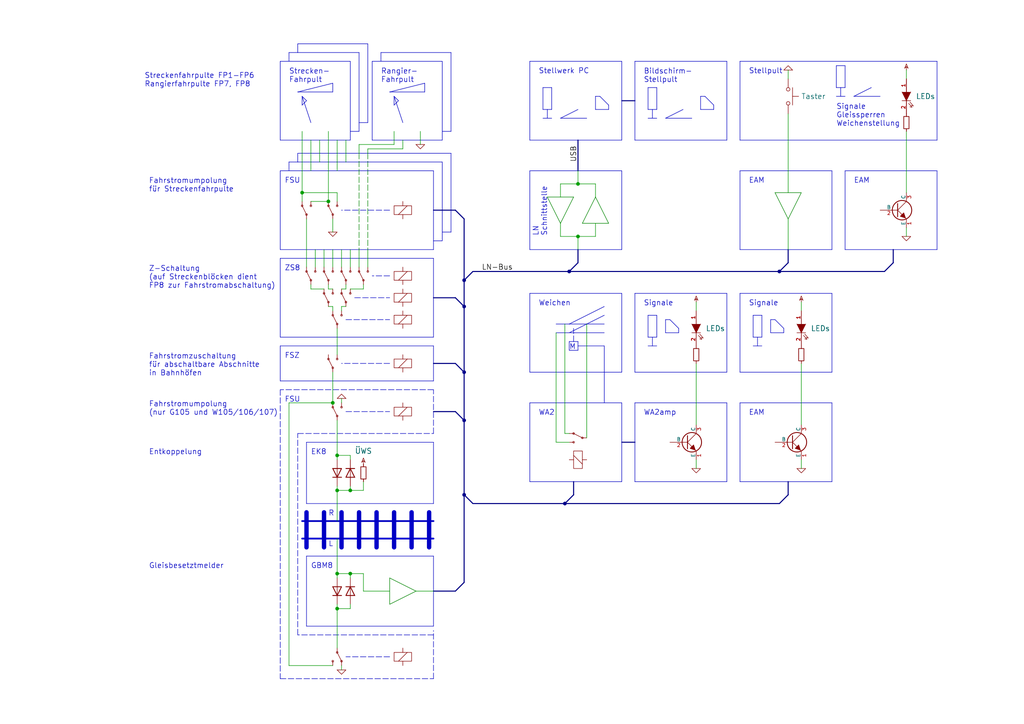
<source format=kicad_sch>
(kicad_sch (version 20211123) (generator eeschema)
  (paper "A4")
  (title_block (title "Prinzipschaltbild\\nAnlagesteuerung") (date "2022-08-04") (rev "0433 -") (company "MV"))
  (lib_symbols
    (symbol "Device:D" (pin_numbers hide) (pin_names (offset 1.016) hide)
      (property "Reference" "D" (at 0 2.54 0))
      (property "Value" "D" (at 0 -2.54 0))
      (symbol "D_0_1"
        (polyline (pts (xy -1.27 1.27) (xy -1.27 -1.27)) (stroke (width 0.254)))
        (polyline (pts (xy 1.27 0) (xy -1.27 0)))
        (polyline (pts (xy 1.27 1.27) (xy 1.27 -1.27) (xy -1.27 0) (xy 1.27 1.27)) (stroke (width 0.254)))
      )
      (symbol "D_1_1"
        (pin passive line (at -3.81 0 0) (length 2.54) (name "K") (number "1"))
        (pin passive line (at 3.81 0 180) (length 2.54) (name "A") (number "2"))
      )
    )
    (symbol "Device:R_Small" (pin_numbers hide) (pin_names (offset 0.254) hide)
      (property "Reference" "R" (at 0.762 0.508 0))
      (property "Value" "R_Small" (at 0.762 -1.016 0))
      (symbol "R_Small_0_1"
        (rectangle (start -0.762 1.778) (end 0.762 -1.778) (stroke (width 0.2032)))
      )
      (symbol "R_Small_1_1"
        (pin passive line (at 0 2.54 270) (length 0.762) (name "~") (number "1"))
        (pin passive line (at 0 -2.54 90) (length 0.762) (name "~") (number "2"))
      )
    )
    (symbol "Switch:SW_Push" (pin_numbers hide) (pin_names (offset 1.016) hide)
      (property "Reference" "SW" (at 1.27 2.54 0))
      (property "Value" "SW_Push" (at 0 -1.524 0))
      (symbol "SW_Push_0_1"
        (circle (center -2.032 0) (radius 0.508))
        (polyline (pts (xy 0 1.27) (xy 0 3.048)))
        (polyline (pts (xy 2.54 1.27) (xy -2.54 1.27)))
        (circle (center 2.032 0) (radius 0.508))
        (pin passive line (at -5.08 0 0) (length 2.54) (name "1") (number "1"))
        (pin passive line (at 5.08 0 180) (length 2.54) (name "2") (number "2"))
      )
    )
    (symbol "base:+5V" (power) (pin_names (offset 0))
      (property "Value" "+5V" (at 0 2.286 0))
      (symbol "+5V_0_0"
        (pin power_in line (at 0 0 90) (length 0) hide (name "+5V") (number "1"))
      )
      (symbol "+5V_0_1"
        (polyline (pts (xy 0 0) (xy 0 1.016) (xy 0 1.016)))
        (polyline (pts (xy 0 1.016) (xy 0.508 0.508) (xy 0 1.778) (xy -0.508 0.508) (xy 0 1.016) (xy 0 1.016)))
      )
    )
    (symbol "base:GND" (power) (pin_names (offset 0))
      (symbol "GND_0_1"
        (polyline (pts (xy -1.27 0) (xy 0 -1.27) (xy 1.27 0) (xy -1.27 0)))
      )
      (symbol "GND_1_1"
        (pin power_in line (at 0 0 90) (length 0) hide (name "GND") (number "1"))
      )
    )
    (symbol "base:LED" (pin_names (offset 1.016) hide)
      (property "Reference" "D" (at 0 2.54 0))
      (property "Value" "LED" (at 0 -2.54 0))
      (symbol "LED_0_1"
        (polyline (pts (xy 1.27 1.27) (xy 1.27 -1.27)))
        (polyline (pts (xy -1.27 1.27) (xy 1.27 0) (xy -1.27 -1.27)) (fill (type outline)))
        (polyline (pts (xy 1.651 -1.016) (xy 2.794 -2.032) (xy 2.667 -1.397)))
        (polyline (pts (xy 2.032 -0.635) (xy 3.175 -1.651) (xy 3.048 -1.016)))
      )
      (symbol "LED_1_1"
        (pin passive line (at -5.08 0 0) (length 3.81) (name "A") (number "1"))
        (pin passive line (at 5.08 0 180) (length 3.81) (name "K") (number "2"))
      )
    )
    (symbol "base:NPN" (pin_names (offset 0))
      (property "Reference" "Q" (at 0 -3.81 0))
      (property "Value" "NPN" (at 0 3.81 0))
      (symbol "NPN_0_1"
        (polyline (pts (xy 0 0) (xy 2.54 2.54)))
        (polyline (pts (xy 0 1.905) (xy 0 -1.905) (xy 0 -1.905)) (stroke (width 0.254)))
        (polyline (pts (xy 1.27 -1.27) (xy 0 0) (xy 0 0)))
        (polyline (pts (xy 2.286 -2.286) (xy 2.54 -2.54) (xy 2.54 -2.54)))
        (polyline (pts (xy 2.286 -2.286) (xy 1.778 -0.762) (xy 0.762 -1.778) (xy 2.286 -2.286) (xy 2.286 -2.286)) (fill (type outline)))
        (circle (center 1.27 0) (radius 2.8194) (stroke (width 0.254)))
      )
      (symbol "NPN_1_1"
        (pin passive line (at 2.54 -5.08 90) (length 2.54) (name "E") (number "1"))
        (pin input line (at -5.08 0 0) (length 5.08) (name "B") (number "2"))
        (pin passive line (at 2.54 5.08 270) (length 2.54) (name "C") (number "3"))
      )
    )
    (symbol "base:RELAY_DPDT" (pin_numbers hide) (pin_names (offset 0))
      (property "Reference" "REL" (at -6.096 1.651 0))
      (property "Value" "RELAY_DPDT" (at -9.525 -0.762 0))
      (symbol "RELAY_DPDT_1_1"
        (rectangle (start -2.54 -1.27) (end 2.54 1.27))
        (polyline (pts (xy -1.27 -1.27) (xy 1.27 1.27)))
        (pin passive line (at 0 -2.54 90) (length 1.27) (name "~") (number "1"))
        (pin passive line (at 0 2.54 270) (length 1.27) (name "~") (number "2"))
      )
      (symbol "RELAY_DPDT_2_1"
        (circle (center -1.27 1.27) (radius 0.254))
        (circle (center 0 -1.27) (radius 0.254))
        (polyline (pts (xy 0 -1.27) (xy 1.27 1.27)))
        (circle (center 1.27 1.27) (radius 0.254))
        (pin passive line (at 0 -2.54 90) (length 1.27) (name "~") (number "3"))
        (pin passive line (at 1.27 2.54 270) (length 1.27) (name "~") (number "4"))
        (pin passive line (at -1.27 2.54 270) (length 1.27) (name "~") (number "5"))
      )
      (symbol "RELAY_DPDT_3_1"
        (circle (center -1.27 1.27) (radius 0.254))
        (circle (center 0 -1.27) (radius 0.254))
        (polyline (pts (xy 0 -1.27) (xy 1.27 1.27)))
        (circle (center 1.27 1.27) (radius 0.254))
        (pin passive line (at 0 -2.54 90) (length 1.27) (name "~") (number "6"))
        (pin passive line (at 1.27 2.54 270) (length 1.27) (name "~") (number "7"))
        (pin passive line (at -1.27 2.54 270) (length 1.27) (name "~") (number "8"))
      )
    )
  )
  (junction (at 96.52 116.84))
  (junction (at 97.79 142.24))
  (junction (at 226.06 78.74))
  (junction (at 163.83 146.05))
  (junction (at 134.62 81.28))
  (junction (at 134.62 121.92))
  (junction (at 134.62 107.95))
  (junction (at 101.6 142.24))
  (junction (at 167.64 68.58))
  (junction (at 95.25 58.42))
  (junction (at 87.63 55.88))
  (junction (at 134.62 88.9))
  (junction (at 97.79 166.37))
  (junction (at 134.62 143.51))
  (junction (at 97.79 132.08))
  (junction (at 165.1 78.74))
  (junction (at 101.6 166.37))
  (junction (at 167.64 53.34))
  (junction (at 97.79 176.53))
  (polyline (pts (xy 241.3 116.84) (xy 214.63 116.84)) (stroke (width 0) (type solid)))
  (polyline (pts (xy 130.81 44.45) (xy 86.36 44.45)) (stroke (width 0) (type solid)))
  (bus (pts (xy 134.62 63.5) (xy 134.62 81.28)))
  (polyline (pts (xy 187.96 25.4) (xy 190.5 25.4)) (stroke (width 0) (type solid)))
  (polyline (pts (xy 214.63 40.64) (xy 214.63 17.78)) (stroke (width 0) (type solid)))
  (polyline (pts (xy 81.28 74.93) (xy 81.28 97.79)) (stroke (width 0) (type solid)))
  (polyline (pts (xy 125.73 74.93) (xy 81.28 74.93)) (stroke (width 0) (type solid)))
  (polyline (pts (xy 184.15 139.7) (xy 184.15 116.84)) (stroke (width 0) (type solid)))
  (bus (pts (xy 132.08 105.41) (xy 125.73 105.41)))
  (polyline (pts (xy 165.1 101.6) (xy 167.64 101.6)) (stroke (width 0) (type solid)))
  (polyline (pts (xy 203.2 27.94) (xy 204.47 27.94)) (stroke (width 0) (type solid)))
  (polyline (pts (xy 104.14 15.24) (xy 83.82 15.24)) (stroke (width 0) (type solid)))
  (polyline (pts (xy 184.15 107.95) (xy 210.82 107.95)) (stroke (width 0) (type solid)))
  (polyline (pts (xy 189.23 31.75) (xy 189.23 34.29)) (stroke (width 0) (type solid)))
  (wire (pts (xy 262.89 20.32) (xy 262.89 22.86)))
  (wire (pts (xy 97.79 166.37) (xy 97.79 167.64)))
  (wire (pts (xy 83.82 116.84) (xy 96.52 116.84)))
  (wire (pts (xy 105.41 171.45) (xy 113.03 171.45)))
  (polyline (pts (xy 180.34 116.84) (xy 153.67 116.84)) (stroke (width 0) (type solid)))
  (wire (pts (xy 165.1 125.73) (xy 163.83 125.73)))
  (wire (pts (xy 105.41 142.24) (xy 101.6 142.24)))
  (polyline (pts (xy 114.3 30.48) (xy 115.57 29.21)) (stroke (width 0) (type solid)))
  (wire (pts (xy 87.63 55.88) (xy 97.79 55.88)))
  (polyline (pts (xy 114.3 27.94) (xy 115.57 29.21)) (stroke (width 0) (type solid)))
  (polyline (pts (xy 86.36 184.15) (xy 86.36 125.73)))
  (polyline (pts (xy 130.81 44.45) (xy 130.81 67.31)) (stroke (width 0) (type solid)))
  (polyline (pts (xy 81.28 100.33) (xy 125.73 100.33)) (stroke (width 0) (type solid)))
  (polyline (pts (xy 242.57 27.94) (xy 245.11 27.94)) (stroke (width 0) (type solid)))
  (polyline (pts (xy 242.57 19.05) (xy 245.11 19.05)) (stroke (width 0) (type solid)))
  (polyline (pts (xy 153.67 40.64) (xy 180.34 40.64)) (stroke (width 0) (type solid)))
  (polyline (pts (xy 247.65 27.94) (xy 252.73 25.4)) (stroke (width 0) (type solid)))
  (polyline (pts (xy 207.01 31.75) (xy 203.2 31.75)) (stroke (width 0) (type solid)))
  (wire (pts (xy 167.64 72.39) (xy 167.64 68.58)))
  (polyline (pts (xy 153.67 107.95) (xy 180.34 107.95)) (stroke (width 0) (type solid)))
  (polyline (pts (xy 113.03 26.67) (xy 123.19 26.67)) (stroke (width 0) (type solid)))
  (polyline (pts (xy 187.96 34.29) (xy 190.5 34.29)) (stroke (width 0) (type solid)))
  (polyline (pts (xy 157.48 34.29) (xy 160.02 34.29)) (stroke (width 0) (type solid)))
  (polyline (pts (xy 113.03 26.67) (xy 123.19 24.13)) (stroke (width 0) (type solid)))
  (polyline (pts (xy 180.34 139.7) (xy 153.67 139.7)) (stroke (width 0) (type solid)))
  (wire (pts (xy 97.79 49.53) (xy 97.79 40.64)))
  (polyline (pts (xy 99.06 158.75) (xy 99.06 148.59)) (stroke (width 1.27) (type solid)))
  (wire (pts (xy 232.41 87.63) (xy 232.41 90.17)))
  (polyline (pts (xy 153.67 107.95) (xy 153.67 85.09)) (stroke (width 0) (type solid)))
  (polyline (pts (xy 125.73 113.03) (xy 81.28 113.03)))
  (polyline (pts (xy 104.14 15.24) (xy 104.14 38.1)) (stroke (width 0) (type solid)))
  (bus (pts (xy 134.62 143.51) (xy 137.16 146.05)))
  (polyline (pts (xy 86.36 44.45) (xy 86.36 46.99)) (stroke (width 0) (type solid)))
  (polyline (pts (xy 100.33 92.71) (xy 113.03 92.71)))
  (polyline (pts (xy 165.1 96.52) (xy 175.26 91.44)) (stroke (width 0) (type solid)))
  (polyline (pts (xy 224.79 92.71) (xy 227.33 95.25)) (stroke (width 0) (type solid)))
  (wire (pts (xy 262.89 66.04) (xy 262.89 68.58)))
  (polyline (pts (xy 190.5 31.75) (xy 187.96 31.75)) (stroke (width 0) (type solid)))
  (wire (pts (xy 232.41 123.19) (xy 232.41 105.41)))
  (polyline (pts (xy 241.3 116.84) (xy 241.3 139.7)) (stroke (width 0) (type solid)))
  (polyline (pts (xy 81.28 110.49) (xy 81.28 100.33)) (stroke (width 0) (type solid)))
  (polyline (pts (xy 113.03 80.01) (xy 107.95 80.01)))
  (wire (pts (xy 228.6 20.32) (xy 228.6 22.86)))
  (polyline (pts (xy 220.98 97.79) (xy 218.44 97.79)) (stroke (width 0) (type solid)))
  (polyline (pts (xy 187.96 31.75) (xy 187.96 25.4)) (stroke (width 0) (type solid)))
  (polyline (pts (xy 168.91 64.77) (xy 176.53 64.77)) (stroke (width 0) (type solid) (color 0 132 0 1)))
  (wire (pts (xy 93.98 83.82) (xy 90.17 83.82)))
  (polyline (pts (xy 128.27 46.99) (xy 83.82 46.99)) (stroke (width 0) (type solid)))
  (wire (pts (xy 114.3 41.91) (xy 104.14 41.91)))
  (polyline (pts (xy 125.73 72.39) (xy 125.73 49.53)) (stroke (width 0) (type solid)))
  (wire (pts (xy 101.6 176.53) (xy 97.79 176.53)))
  (polyline (pts (xy 119.38 158.75) (xy 119.38 148.59)) (stroke (width 1.27) (type solid)))
  (polyline (pts (xy 158.75 57.15) (xy 162.56 64.77)) (stroke (width 0) (type solid) (color 0 132 0 1)))
  (bus (pts (xy 132.08 86.36) (xy 125.73 86.36)))
  (bus (pts (xy 180.34 128.27) (xy 184.15 128.27)))
  (wire (pts (xy 101.6 140.97) (xy 101.6 142.24)))
  (polyline (pts (xy 120.65 171.45) (xy 113.03 167.64)) (stroke (width 0) (type solid) (color 0 132 0 1)))
  (polyline (pts (xy 130.81 67.31) (xy 128.27 67.31)) (stroke (width 0) (type solid)))
  (polyline (pts (xy 88.9 158.75) (xy 88.9 148.59)) (stroke (width 1.27) (type solid)))
  (polyline (pts (xy 180.34 17.78) (xy 153.67 17.78)) (stroke (width 0) (type solid)))
  (wire (pts (xy 105.41 166.37) (xy 105.41 171.45)))
  (wire (pts (xy 114.3 38.1) (xy 114.3 41.91)))
  (bus (pts (xy 163.83 146.05) (xy 226.06 146.05)))
  (polyline (pts (xy 153.67 85.09) (xy 180.34 85.09)) (stroke (width 0) (type solid)))
  (polyline (pts (xy 167.64 101.6) (xy 167.64 99.06)) (stroke (width 0) (type solid)))
  (wire (pts (xy 162.56 68.58) (xy 162.56 64.77)))
  (wire (pts (xy 101.6 166.37) (xy 97.79 166.37)))
  (polyline (pts (xy 241.3 85.09) (xy 241.3 107.95)) (stroke (width 0) (type solid)))
  (wire (pts (xy 101.6 132.08) (xy 97.79 132.08)))
  (polyline (pts (xy 83.82 15.24) (xy 83.82 17.78)) (stroke (width 0) (type solid)))
  (polyline (pts (xy 176.53 31.75) (xy 172.72 31.75)) (stroke (width 0) (type solid)))
  (wire (pts (xy 106.68 44.45) (xy 106.68 43.18)))
  (polyline (pts (xy 157.48 31.75) (xy 157.48 25.4)) (stroke (width 0) (type solid)))
  (bus (pts (xy 132.08 60.96) (xy 134.62 63.5)))
  (wire (pts (xy 172.72 53.34) (xy 172.72 57.15)))
  (wire (pts (xy 262.89 55.88) (xy 262.89 38.1)))
  (polyline (pts (xy 196.85 96.52) (xy 193.04 96.52)) (stroke (width 0) (type solid)))
  (wire (pts (xy 97.79 55.88) (xy 97.79 58.42)))
  (polyline (pts (xy 160.02 31.75) (xy 157.48 31.75)) (stroke (width 0) (type solid)))
  (wire (pts (xy 162.56 53.34) (xy 167.64 53.34)))
  (wire (pts (xy 104.14 77.47) (xy 104.14 72.39)))
  (polyline (pts (xy 88.9 161.29) (xy 125.73 161.29)) (stroke (width 0) (type solid)))
  (polyline (pts (xy 227.33 95.25) (xy 227.33 96.52)) (stroke (width 0) (type solid)))
  (polyline (pts (xy 128.27 69.85) (xy 125.73 69.85)) (stroke (width 0) (type solid)))
  (wire (pts (xy 172.72 68.58) (xy 172.72 64.77)))
  (wire (pts (xy 96.52 88.9) (xy 96.52 90.17)))
  (bus (pts (xy 167.64 76.2) (xy 165.1 78.74)))
  (wire (pts (xy 101.6 133.35) (xy 101.6 132.08)))
  (wire (pts (xy 167.64 49.53) (xy 167.64 53.34)))
  (bus (pts (xy 228.6 76.2) (xy 228.6 72.39)))
  (polyline (pts (xy 190.5 25.4) (xy 190.5 31.75)) (stroke (width 0) (type solid)))
  (polyline (pts (xy 104.14 158.75) (xy 104.14 148.59)) (stroke (width 1.27) (type solid)))
  (wire (pts (xy 101.6 167.64) (xy 101.6 166.37)))
  (polyline (pts (xy 86.36 26.67) (xy 96.52 26.67)) (stroke (width 0) (type solid)))
  (polyline (pts (xy 113.03 167.64) (xy 113.03 175.26)) (stroke (width 0) (type solid) (color 0 132 0 1)))
  (polyline (pts (xy 125.73 97.79) (xy 125.73 74.93)) (stroke (width 0) (type solid)))
  (polyline (pts (xy 241.3 139.7) (xy 214.63 139.7)) (stroke (width 0) (type solid)))
  (polyline (pts (xy 187.96 91.44) (xy 190.5 91.44)) (stroke (width 0) (type solid)))
  (polyline (pts (xy 128.27 46.99) (xy 128.27 69.85)) (stroke (width 0) (type solid)))
  (bus (pts (xy 134.62 81.28) (xy 137.16 78.74)))
  (polyline (pts (xy 173.99 27.94) (xy 176.53 30.48)) (stroke (width 0) (type solid)))
  (polyline (pts (xy 96.52 26.67) (xy 96.52 24.13)) (stroke (width 0) (type solid)))
  (polyline (pts (xy 114.3 27.94) (xy 114.3 30.48)) (stroke (width 0) (type solid)))
  (wire (pts (xy 93.98 77.47) (xy 93.98 72.39)))
  (polyline (pts (xy 207.01 30.48) (xy 207.01 31.75)) (stroke (width 0) (type solid)))
  (polyline (pts (xy 128.27 40.64) (xy 128.27 17.78)) (stroke (width 0) (type solid)))
  (wire (pts (xy 97.79 121.92) (xy 97.79 132.08)))
  (polyline (pts (xy 87.63 27.94) (xy 88.9 29.21)) (stroke (width 0) (type solid)))
  (wire (pts (xy 101.6 83.82) (xy 105.41 83.82)))
  (polyline (pts (xy 106.68 44.45) (xy 106.68 72.39)) (stroke (width 0) (color 0 132 0 1)))
  (polyline (pts (xy 81.28 113.03) (xy 81.28 196.85)))
  (wire (pts (xy 88.9 63.5) (xy 88.9 77.47)))
  (wire (pts (xy 167.64 53.34) (xy 172.72 53.34)))
  (wire (pts (xy 90.17 40.64) (xy 90.17 49.53)))
  (wire (pts (xy 121.92 41.91) (xy 121.92 38.1)))
  (polyline (pts (xy 81.28 72.39) (xy 125.73 72.39)) (stroke (width 0) (type solid)))
  (wire (pts (xy 162.56 57.15) (xy 162.56 53.34)))
  (wire (pts (xy 201.93 123.19) (xy 201.93 105.41)))
  (wire (pts (xy 92.71 46.99) (xy 92.71 40.64)))
  (bus (pts (xy 132.08 119.38) (xy 134.62 121.92)))
  (polyline (pts (xy 88.9 146.05) (xy 125.73 146.05)) (stroke (width 0) (type solid)))
  (polyline (pts (xy 214.63 40.64) (xy 271.78 40.64)) (stroke (width 0) (type solid)))
  (polyline (pts (xy 196.85 95.25) (xy 196.85 96.52)) (stroke (width 0) (type solid)))
  (bus (pts (xy 134.62 107.95) (xy 134.62 121.92)))
  (polyline (pts (xy 128.27 17.78) (xy 107.95 17.78)) (stroke (width 0) (type solid)))
  (wire (pts (xy 96.52 116.84) (xy 96.52 107.95)))
  (bus (pts (xy 132.08 60.96) (xy 125.73 60.96)))
  (polyline (pts (xy 203.2 31.75) (xy 203.2 27.94)) (stroke (width 0) (type solid)))
  (polyline (pts (xy 161.29 93.98) (xy 175.26 93.98)) (stroke (width 0) (type solid)))
  (wire (pts (xy 105.41 83.82) (xy 105.41 82.55)))
  (polyline (pts (xy 210.82 17.78) (xy 210.82 40.64)) (stroke (width 0) (type solid)))
  (polyline (pts (xy 113.03 105.41) (xy 99.06 105.41)))
  (wire (pts (xy 99.06 88.9) (xy 99.06 90.17)))
  (polyline (pts (xy 106.68 12.7) (xy 86.36 12.7)) (stroke (width 0) (type solid)))
  (polyline (pts (xy 101.6 40.64) (xy 101.6 17.78)) (stroke (width 0) (type solid)))
  (polyline (pts (xy 193.04 92.71) (xy 194.31 92.71)) (stroke (width 0) (type solid)))
  (polyline (pts (xy 153.67 40.64) (xy 153.67 17.78)) (stroke (width 0) (type solid)))
  (polyline (pts (xy 125.73 196.85) (xy 125.73 182.88)))
  (polyline (pts (xy 87.63 156.21) (xy 125.73 156.21)) (stroke (width 0.508) (type solid)))
  (polyline (pts (xy 153.67 139.7) (xy 153.67 116.84)) (stroke (width 0) (type solid)))
  (bus (pts (xy 137.16 78.74) (xy 165.1 78.74)))
  (wire (pts (xy 99.06 115.57) (xy 99.06 116.84)))
  (polyline (pts (xy 162.56 64.77) (xy 166.37 57.15)) (stroke (width 0) (type solid) (color 0 132 0 1)))
  (polyline (pts (xy 87.63 151.13) (xy 125.73 151.13)) (stroke (width 0.508) (type solid)))
  (polyline (pts (xy 210.82 139.7) (xy 184.15 139.7)) (stroke (width 0) (type solid)))
  (polyline (pts (xy 176.53 64.77) (xy 172.72 57.15)) (stroke (width 0) (type solid) (color 0 132 0 1)))
  (wire (pts (xy 97.79 156.21) (xy 97.79 166.37)))
  (polyline (pts (xy 220.98 91.44) (xy 220.98 97.79)) (stroke (width 0) (type solid)))
  (polyline (pts (xy 271.78 17.78) (xy 271.78 40.64)) (stroke (width 0) (type solid)))
  (polyline (pts (xy 210.82 85.09) (xy 210.82 107.95)) (stroke (width 0) (type solid)))
  (wire (pts (xy 167.64 68.58) (xy 162.56 68.58)))
  (polyline (pts (xy 210.82 17.78) (xy 184.15 17.78)) (stroke (width 0) (type solid)))
  (polyline (pts (xy 271.78 72.39) (xy 245.11 72.39)) (stroke (width 0) (type solid)))
  (polyline (pts (xy 158.75 31.75) (xy 158.75 34.29)) (stroke (width 0) (type solid)))
  (wire (pts (xy 96.52 83.82) (xy 95.25 83.82)))
  (wire (pts (xy 96.52 193.04) (xy 83.82 193.04)))
  (wire (pts (xy 97.79 132.08) (xy 97.79 133.35)))
  (wire (pts (xy 101.6 142.24) (xy 97.79 142.24)))
  (polyline (pts (xy 271.78 17.78) (xy 214.63 17.78)) (stroke (width 0) (type solid)))
  (polyline (pts (xy 124.46 158.75) (xy 124.46 148.59)) (stroke (width 1.27) (type solid)))
  (bus (pts (xy 226.06 78.74) (xy 256.54 78.74)))
  (polyline (pts (xy 125.73 49.53) (xy 81.28 49.53)) (stroke (width 0) (type solid)))
  (wire (pts (xy 100.33 46.99) (xy 100.33 40.64)))
  (polyline (pts (xy 214.63 85.09) (xy 241.3 85.09)) (stroke (width 0) (type solid)))
  (polyline (pts (xy 130.81 38.1) (xy 128.27 38.1)) (stroke (width 0) (type solid)))
  (polyline (pts (xy 224.79 55.88) (xy 228.6 63.5)) (stroke (width 0) (type solid) (color 0 132 0 1)))
  (polyline (pts (xy 180.34 116.84) (xy 180.34 139.7)) (stroke (width 0) (type solid)))
  (bus (pts (xy 226.06 146.05) (xy 228.6 143.51)))
  (bus (pts (xy 259.08 76.2) (xy 256.54 78.74)))
  (wire (pts (xy 83.82 193.04) (xy 83.82 116.84)))
  (bus (pts (xy 134.62 88.9) (xy 132.08 86.36)))
  (bus (pts (xy 165.1 78.74) (xy 226.06 78.74)))
  (polyline (pts (xy 214.63 107.95) (xy 241.3 107.95)) (stroke (width 0) (type solid)))
  (wire (pts (xy 125.73 171.45) (xy 120.65 171.45)))
  (bus (pts (xy 259.08 76.2) (xy 259.08 72.39)))
  (wire (pts (xy 101.6 175.26) (xy 101.6 176.53)))
  (bus (pts (xy 166.37 143.51) (xy 163.83 146.05)))
  (polyline (pts (xy 176.53 30.48) (xy 176.53 31.75)) (stroke (width 0) (type solid)))
  (polyline (pts (xy 187.96 100.33) (xy 190.5 100.33)) (stroke (width 0) (type solid)))
  (wire (pts (xy 161.29 128.27) (xy 161.29 96.52)))
  (polyline (pts (xy 190.5 91.44) (xy 190.5 97.79)) (stroke (width 0) (type solid)))
  (polyline (pts (xy 193.04 34.29) (xy 200.66 34.29)) (stroke (width 0) (type solid)))
  (polyline (pts (xy 160.02 25.4) (xy 160.02 31.75)) (stroke (width 0) (type solid)))
  (polyline (pts (xy 167.64 100.33) (xy 175.26 100.33)) (stroke (width 0) (type solid)))
  (bus (pts (xy 134.62 121.92) (xy 134.62 143.51)))
  (polyline (pts (xy 87.63 30.48) (xy 88.9 29.21)) (stroke (width 0) (type solid)))
  (polyline (pts (xy 88.9 181.61) (xy 88.9 161.29)) (stroke (width 0) (type solid)))
  (polyline (pts (xy 113.03 175.26) (xy 120.65 171.45)) (stroke (width 0) (type solid) (color 0 132 0 1)))
  (wire (pts (xy 97.79 142.24) (xy 97.79 151.13)))
  (wire (pts (xy 228.6 33.02) (xy 228.6 55.88)))
  (polyline (pts (xy 241.3 72.39) (xy 214.63 72.39)) (stroke (width 0) (type solid)))
  (polyline (pts (xy 166.37 99.06) (xy 166.37 95.25)))
  (wire (pts (xy 95.25 58.42) (xy 95.25 38.1)))
  (wire (pts (xy 97.79 140.97) (xy 97.79 142.24)))
  (wire (pts (xy 105.41 139.7) (xy 105.41 142.24)))
  (wire (pts (xy 95.25 88.9) (xy 96.52 88.9)))
  (wire (pts (xy 91.44 77.47) (xy 91.44 72.39)))
  (polyline (pts (xy 184.15 85.09) (xy 210.82 85.09)) (stroke (width 0) (type solid)))
  (polyline (pts (xy 223.52 96.52) (xy 223.52 92.71)) (stroke (width 0) (type solid)))
  (polyline (pts (xy 180.34 85.09) (xy 180.34 107.95)) (stroke (width 0) (type solid)))
  (bus (pts (xy 137.16 146.05) (xy 163.83 146.05)))
  (wire (pts (xy 116.84 43.18) (xy 116.84 40.64)))
  (polyline (pts (xy 130.81 15.24) (xy 110.49 15.24)) (stroke (width 0) (type solid)))
  (polyline (pts (xy 88.9 128.27) (xy 88.9 146.05)) (stroke (width 0) (type solid)))
  (polyline (pts (xy 153.67 72.39) (xy 153.67 49.53)) (stroke (width 0) (type solid)))
  (wire (pts (xy 96.52 77.47) (xy 96.52 72.39)))
  (wire (pts (xy 87.63 55.88) (xy 87.63 58.42)))
  (polyline (pts (xy 86.36 125.73) (xy 125.73 125.73)))
  (polyline (pts (xy 243.84 25.4) (xy 243.84 27.94)) (stroke (width 0) (type solid)))
  (bus (pts (xy 134.62 81.28) (xy 134.62 88.9)))
  (wire (pts (xy 97.79 175.26) (xy 97.79 176.53)))
  (polyline (pts (xy 193.04 96.52) (xy 193.04 92.71)) (stroke (width 0) (type solid)))
  (polyline (pts (xy 180.34 17.78) (xy 180.34 40.64)) (stroke (width 0) (type solid)))
  (polyline (pts (xy 218.44 100.33) (xy 220.98 100.33)) (stroke (width 0) (type solid)))
  (bus (pts (xy 228.6 143.51) (xy 228.6 139.7)))
  (bus (pts (xy 134.62 88.9) (xy 134.62 107.95)))
  (polyline (pts (xy 125.73 146.05) (xy 125.73 128.27)) (stroke (width 0) (type solid)))
  (polyline (pts (xy 245.11 72.39) (xy 245.11 49.53)) (stroke (width 0) (type solid)))
  (polyline (pts (xy 232.41 55.88) (xy 224.79 55.88)) (stroke (width 0) (type solid) (color 0 132 0 1)))
  (polyline (pts (xy 104.14 38.1) (xy 101.6 38.1)) (stroke (width 0) (type solid)))
  (wire (pts (xy 96.52 63.5) (xy 96.52 67.31)))
  (polyline (pts (xy 190.5 97.79) (xy 187.96 97.79)) (stroke (width 0) (type solid)))
  (polyline (pts (xy 107.95 40.64) (xy 128.27 40.64)) (stroke (width 0) (type solid)))
  (wire (pts (xy 87.63 38.1) (xy 87.63 55.88)))
  (wire (pts (xy 100.33 88.9) (xy 99.06 88.9)))
  (wire (pts (xy 105.41 166.37) (xy 101.6 166.37)))
  (polyline (pts (xy 116.84 35.56) (xy 114.3 27.94)) (stroke (width 0) (type solid)))
  (polyline (pts (xy 271.78 49.53) (xy 245.11 49.53)) (stroke (width 0) (type solid)))
  (wire (pts (xy 101.6 77.47) (xy 101.6 72.39)))
  (polyline (pts (xy 93.98 158.75) (xy 93.98 148.59)) (stroke (width 1.27) (type solid)))
  (wire (pts (xy 99.06 83.82) (xy 100.33 83.82)))
  (polyline (pts (xy 81.28 196.85) (xy 125.73 196.85)))
  (polyline (pts (xy 90.17 35.56) (xy 87.63 27.94)) (stroke (width 0) (type solid)))
  (polyline (pts (xy 184.15 40.64) (xy 210.82 40.64)) (stroke (width 0) (type solid)))
  (polyline (pts (xy 106.68 12.7) (xy 106.68 35.56)) (stroke (width 0) (type solid)))
  (bus (pts (xy 132.08 171.45) (xy 125.73 171.45)))
  (polyline (pts (xy 218.44 91.44) (xy 220.98 91.44)) (stroke (width 0) (type solid)))
  (wire (pts (xy 90.17 83.82) (xy 90.17 82.55)))
  (bus (pts (xy 180.34 29.21) (xy 184.15 29.21)))
  (polyline (pts (xy 165.1 99.06) (xy 165.1 101.6)) (stroke (width 0) (type solid)))
  (wire (pts (xy 201.93 87.63) (xy 201.93 90.17)))
  (polyline (pts (xy 210.82 116.84) (xy 210.82 139.7)) (stroke (width 0) (type solid)))
  (polyline (pts (xy 184.15 40.64) (xy 184.15 17.78)) (stroke (width 0) (type solid)))
  (bus (pts (xy 132.08 119.38) (xy 125.73 119.38)))
  (polyline (pts (xy 241.3 49.53) (xy 241.3 72.39)) (stroke (width 0) (type solid)))
  (polyline (pts (xy 125.73 100.33) (xy 125.73 110.49)) (stroke (width 0) (type solid)))
  (polyline (pts (xy 100.33 119.38) (xy 113.03 119.38)))
  (bus (pts (xy 134.62 168.91) (xy 132.08 171.45)))
  (polyline (pts (xy 219.71 97.79) (xy 219.71 100.33)) (stroke (width 0) (type solid)))
  (wire (pts (xy 100.33 83.82) (xy 100.33 82.55)))
  (polyline (pts (xy 247.65 27.94) (xy 255.27 27.94)) (stroke (width 0) (type solid)))
  (bus (pts (xy 167.64 76.2) (xy 167.64 72.39)))
  (polyline (pts (xy 107.95 17.78) (xy 107.95 40.64)) (stroke (width 0) (type solid)))
  (polyline (pts (xy 81.28 40.64) (xy 101.6 40.64)) (stroke (width 0) (type solid)))
  (polyline (pts (xy 101.6 17.78) (xy 81.28 17.78)) (stroke (width 0) (type solid)))
  (polyline (pts (xy 102.87 86.36) (xy 113.03 86.36)))
  (polyline (pts (xy 242.57 25.4) (xy 242.57 19.05)) (stroke (width 0) (type solid)))
  (polyline (pts (xy 125.73 110.49) (xy 81.28 110.49)) (stroke (width 0) (type solid)))
  (polyline (pts (xy 87.63 27.94) (xy 87.63 30.48)) (stroke (width 0) (type solid)))
  (polyline (pts (xy 210.82 116.84) (xy 184.15 116.84)) (stroke (width 0) (type solid)))
  (wire (pts (xy 106.68 77.47) (xy 106.68 72.39)))
  (wire (pts (xy 167.64 68.58) (xy 172.72 68.58)))
  (polyline (pts (xy 166.37 57.15) (xy 158.75 57.15)) (stroke (width 0) (type solid) (color 0 132 0 1)))
  (polyline (pts (xy 114.3 158.75) (xy 114.3 148.59)) (stroke (width 1.27) (type solid)))
  (polyline (pts (xy 241.3 49.53) (xy 214.63 49.53)) (stroke (width 0) (type solid)))
  (wire (pts (xy 104.14 41.91) (xy 104.14 44.45)))
  (polyline (pts (xy 189.23 97.79) (xy 189.23 100.33)) (stroke (width 0) (type solid)))
  (wire (pts (xy 163.83 125.73) (xy 163.83 93.98)))
  (polyline (pts (xy 180.34 49.53) (xy 180.34 72.39)) (stroke (width 0) (type solid)))
  (polyline (pts (xy 125.73 181.61) (xy 88.9 181.61)) (stroke (width 0) (type solid)))
  (wire (pts (xy 95.25 83.82) (xy 95.25 82.55)))
  (wire (pts (xy 170.18 127) (xy 170.18 93.98)))
  (polyline (pts (xy 86.36 26.67) (xy 96.52 24.13)) (stroke (width 0) (type solid)))
  (wire (pts (xy 99.06 77.47) (xy 99.06 72.39)))
  (polyline (pts (xy 172.72 31.75) (xy 172.72 27.94)) (stroke (width 0) (type solid)))
  (polyline (pts (xy 110.49 15.24) (xy 110.49 17.78)) (stroke (width 0) (type solid)))
  (polyline (pts (xy 125.73 125.73) (xy 125.73 113.03)))
  (polyline (pts (xy 106.68 35.56) (xy 104.14 35.56)) (stroke (width 0) (type solid)))
  (wire (pts (xy 95.25 58.42) (xy 90.17 58.42)))
  (polyline (pts (xy 162.56 34.29) (xy 167.64 31.75)) (stroke (width 0) (type solid)))
  (polyline (pts (xy 125.73 128.27) (xy 88.9 128.27)) (stroke (width 0) (type solid)))
  (polyline (pts (xy 113.03 190.5) (xy 100.33 190.5)))
  (polyline (pts (xy 184.15 107.95) (xy 184.15 85.09)) (stroke (width 0) (type solid)))
  (polyline (pts (xy 165.1 93.98) (xy 175.26 88.9)) (stroke (width 0) (type solid)))
  (bus (pts (xy 166.37 143.51) (xy 166.37 139.7)))
  (wire (pts (xy 232.41 133.35) (xy 232.41 135.89)))
  (polyline (pts (xy 130.81 15.24) (xy 130.81 38.1)) (stroke (width 0) (type solid)))
  (polyline (pts (xy 214.63 107.95) (xy 214.63 85.09)) (stroke (width 0) (type solid)))
  (polyline (pts (xy 81.28 17.78) (xy 81.28 40.64)) (stroke (width 0) (type solid)))
  (polyline (pts (xy 271.78 49.53) (xy 271.78 72.39)) (stroke (width 0) (type solid)))
  (wire (pts (xy 99.06 193.04) (xy 99.06 194.31)))
  (wire (pts (xy 106.68 43.18) (xy 116.84 43.18)))
  (polyline (pts (xy 228.6 63.5) (xy 232.41 55.88)) (stroke (width 0) (type solid) (color 0 132 0 1)))
  (polyline (pts (xy 161.29 96.52) (xy 175.26 96.52)) (stroke (width 0) (type solid)))
  (polyline (pts (xy 187.96 97.79) (xy 187.96 91.44)) (stroke (width 0) (type solid)))
  (polyline (pts (xy 245.11 25.4) (xy 242.57 25.4)) (stroke (width 0) (type solid)))
  (polyline (pts (xy 175.26 100.33) (xy 175.26 116.84)) (stroke (width 0) (type solid)))
  (polyline (pts (xy 194.31 92.71) (xy 196.85 95.25)) (stroke (width 0) (type solid)))
  (polyline (pts (xy 218.44 97.79) (xy 218.44 91.44)) (stroke (width 0) (type solid)))
  (polyline (pts (xy 83.82 46.99) (xy 83.82 49.53)) (stroke (width 0) (type solid)))
  (polyline (pts (xy 223.52 92.71) (xy 224.79 92.71)) (stroke (width 0) (type solid)))
  (polyline (pts (xy 193.04 34.29) (xy 198.12 31.75)) (stroke (width 0) (type solid)))
  (polyline (pts (xy 157.48 25.4) (xy 160.02 25.4)) (stroke (width 0) (type solid)))
  (polyline (pts (xy 113.03 60.96) (xy 99.06 60.96)))
  (polyline (pts (xy 109.22 158.75) (xy 109.22 148.59)) (stroke (width 1.27) (type solid)))
  (bus (pts (xy 167.64 40.64) (xy 167.64 49.53)))
  (bus (pts (xy 134.62 143.51) (xy 134.62 168.91)))
  (polyline (pts (xy 172.72 57.15) (xy 168.91 64.77)) (stroke (width 0) (type solid) (color 0 132 0 1)))
  (polyline (pts (xy 125.73 184.15) (xy 86.36 184.15)))
  (polyline (pts (xy 162.56 34.29) (xy 170.18 34.29)) (stroke (width 0) (type solid)))
  (polyline (pts (xy 214.63 139.7) (xy 214.63 116.84)) (stroke (width 0) (type solid)))
  (polyline (pts (xy 125.73 161.29) (xy 125.73 181.61)) (stroke (width 0) (type solid)))
  (wire (pts (xy 97.79 176.53) (xy 97.79 187.96)))
  (polyline (pts (xy 180.34 72.39) (xy 153.67 72.39)) (stroke (width 0) (type solid)))
  (bus (pts (xy 132.08 105.41) (xy 134.62 107.95)))
  (polyline (pts (xy 227.33 96.52) (xy 223.52 96.52)) (stroke (width 0) (type solid)))
  (polyline (pts (xy 81.28 97.79) (xy 125.73 97.79)) (stroke (width 0) (type solid)))
  (wire (pts (xy 165.1 128.27) (xy 161.29 128.27)))
  (polyline (pts (xy 81.28 49.53) (xy 81.28 72.39)) (stroke (width 0) (type solid)))
  (polyline (pts (xy 245.11 19.05) (xy 245.11 25.4)) (stroke (width 0) (type solid)))
  (polyline (pts (xy 214.63 72.39) (xy 214.63 49.53)) (stroke (width 0) (type solid)))
  (polyline (pts (xy 172.72 27.94) (xy 173.99 27.94)) (stroke (width 0) (type solid)))
  (polyline (pts (xy 86.36 12.7) (xy 86.36 15.24)) (stroke (width 0) (type solid)))
  (wire (pts (xy 201.93 133.35) (xy 201.93 135.89)))
  (polyline (pts (xy 123.19 26.67) (xy 123.19 24.13)) (stroke (width 0) (type solid)))
  (wire (pts (xy 228.6 63.5) (xy 228.6 72.39)))
  (polyline (pts (xy 180.34 49.53) (xy 153.67 49.53)) (stroke (width 0) (type solid)))
  (polyline (pts (xy 104.14 44.45) (xy 104.14 72.39)) (stroke (width 0) (color 0 132 0 1)))
  (bus (pts (xy 228.6 76.2) (xy 226.06 78.74)))
  (polyline (pts (xy 204.47 27.94) (xy 207.01 30.48)) (stroke (width 0) (type solid)))
  (wire (pts (xy 97.79 102.87) (xy 97.79 95.25)))
  (polyline (pts (xy 167.64 99.06) (xy 165.1 99.06)) (stroke (width 0) (type solid)))
  (text "Rangier-\nFahrpult" (at 110.49 24.13 0) (effects (font (size 1.524 1.524)) (justify left bottom)))
  (text "Weichen" (at 156.21 88.9 0) (effects (font (size 1.524 1.524)) (justify left bottom)))
  (text "L" (at 95.25 158.75 0) (effects (font (size 1.524 1.524)) (justify left bottom)))
  (text "WA2" (at 156.21 120.65 0) (effects (font (size 1.524 1.524)) (justify left bottom)))
  (text "FSU" (at 82.55 116.84 0) (effects (font (size 1.524 1.524)) (justify left bottom)))
  (text "Stellwerk PC" (at 156.21 21.59 0) (effects (font (size 1.524 1.524)) (justify left bottom)))
  (text "M" (at 165.1 101.6 0) (effects (font (size 1.524 1.524)) (justify left bottom)))
  (text "EAM" (at 247.65 53.34 0) (effects (font (size 1.524 1.524)) (justify left bottom)))
  (text "Z-Schaltung\n(auf Streckenblöcken dient\nFP8 zur Fahrstromabschaltung)" (at 43.18 83.82 0) (effects (font (size 1.524 1.524)) (justify left bottom)))
  (text "Signale\nGleissperren\nWeichenstellung" (at 242.57 36.83 0) (effects (font (size 1.524 1.524)) (justify left bottom)))
  (text "Fahrstromumpolung\n(nur G105 und W105/106/107)" (at 43.18 120.65 0) (effects (font (size 1.524 1.524)) (justify left bottom)))
  (text "GBM8" (at 90.17 165.1 0) (effects (font (size 1.524 1.524)) (justify left bottom)))
  (text "Gleisbesetztmelder" (at 43.18 165.1 0) (effects (font (size 1.524 1.524)) (justify left bottom)))
  (text "Fahrstromzuschaltung\nfür abschaltbare Abschnitte\nin Bahnhöfen" (at 43.18 109.22 0) (effects (font (size 1.524 1.524)) (justify left bottom)))
  (text "R" (at 95.25 149.86 0) (effects (font (size 1.524 1.524)) (justify left bottom)))
  (text "EK8" (at 90.17 132.08 0) (effects (font (size 1.524 1.524)) (justify left bottom)))
  (text "EAM" (at 217.17 120.65 0) (effects (font (size 1.524 1.524)) (justify left bottom)))
  (text "FSZ" (at 82.55 104.14 0) (effects (font (size 1.524 1.524)) (justify left bottom)))
  (text "Strecken-\nFahrpult" (at 83.82 24.13 0) (effects (font (size 1.524 1.524)) (justify left bottom)))
  (text "Signale" (at 217.17 88.9 0) (effects (font (size 1.524 1.524)) (justify left bottom)))
  (text "EAM" (at 217.17 53.34 0) (effects (font (size 1.524 1.524)) (justify left bottom)))
  (text "LN\nSchnittstelle" (at 158.75 68.58 90) (effects (font (size 1.524 1.524)) (justify left bottom)))
  (text "Fahrstromumpolung\nfür Streckenfahrpulte" (at 43.18 55.88 0) (effects (font (size 1.524 1.524)) (justify left bottom)))
  (text "ZS8" (at 82.55 78.74 0) (effects (font (size 1.524 1.524)) (justify left bottom)))
  (text "FSU" (at 82.55 53.34 0) (effects (font (size 1.524 1.524)) (justify left bottom)))
  (text "Bildschirm-\nStellpult" (at 186.69 24.13 0) (effects (font (size 1.524 1.524)) (justify left bottom)))
  (text "Entkoppelung" (at 43.18 132.08 0) (effects (font (size 1.524 1.524)) (justify left bottom)))
  (text "Signale" (at 186.69 88.9 0) (effects (font (size 1.524 1.524)) (justify left bottom)))
  (text "Streckenfahrpulte FP1-FP6\nRangierfahrpulte FP7, FP8" (at 41.91 25.4 0) (effects (font (size 1.524 1.524)) (justify left bottom)))
  (text "Stellpult" (at 217.17 21.59 0) (effects (font (size 1.524 1.524)) (justify left bottom)))
  (text "WA2amp" (at 186.69 120.65 0) (effects (font (size 1.524 1.524)) (justify left bottom)))
  (label "LN-Bus" (at 139.7 78.74 0) (effects (font (size 1.524 1.524))))
  (label "USB" (at 167.64 46.99 90) (effects (font (size 1.524 1.524))))
  (symbol (lib_id "base:RELAY_DPDT") (at 116.84 60.96 0) (unit 1)
    (property "Reference" "REL?" (effects hide))
    (property "Value" "FP1" (effects hide))
  )
  (symbol (lib_id "base:RELAY_DPDT") (at 88.9 60.96 0) (mirror y) (unit 2)
    (property "Reference" "REL?" (effects hide))
    (property "Value" "RELAY_DPDT" (effects hide))
  )
  (symbol (lib_id "base:RELAY_DPDT") (at 96.52 60.96 0) (mirror y) (unit 3)
    (property "Reference" "REL?" (effects hide))
    (property "Value" "FP1" (effects hide))
  )
  (symbol (lib_id "base:GND") (at 96.52 67.31 0) (unit 1)
    (property "Reference" "#PWR?" (effects hide))
    (property "Value" "GND" (effects hide))
  )
  (symbol (lib_id "base:RELAY_DPDT") (at 95.25 86.36 0) (mirror y) (unit 2)
    (property "Reference" "REL?" (effects hide))
    (property "Value" "RELAY_DPDT" (effects hide))
  )
  (symbol (lib_id "base:RELAY_DPDT") (at 100.33 86.36 0) (mirror y) (unit 2)
    (property "Reference" "REL?" (effects hide))
    (property "Value" "RELAY_DPDT" (effects hide))
  )
  (symbol (lib_id "base:RELAY_DPDT") (at 97.79 92.71 0) (mirror y) (unit 2)
    (property "Reference" "REL?" (effects hide))
    (property "Value" "RELAY_DPDT" (effects hide))
  )
  (symbol (lib_id "base:RELAY_DPDT") (at 116.84 86.36 0) (unit 1)
    (property "Reference" "REL?" (effects hide))
    (property "Value" "FP1" (effects hide))
  )
  (symbol (lib_id "base:RELAY_DPDT") (at 116.84 92.71 0) (unit 1)
    (property "Reference" "REL?" (effects hide))
    (property "Value" "FP1" (effects hide))
  )
  (symbol (lib_id "base:RELAY_DPDT") (at 96.52 105.41 0) (mirror y) (unit 2)
    (property "Reference" "REL?" (effects hide))
    (property "Value" "RELAY_DPDT" (effects hide))
  )
  (symbol (lib_id "base:RELAY_DPDT") (at 116.84 105.41 0) (unit 1)
    (property "Reference" "REL?" (effects hide))
    (property "Value" "FP1" (effects hide))
  )
  (symbol (lib_id "base:RELAY_DPDT") (at 97.79 119.38 0) (mirror y) (unit 2)
    (property "Reference" "REL?" (effects hide))
    (property "Value" "RELAY_DPDT" (effects hide))
  )
  (symbol (lib_id "base:RELAY_DPDT") (at 97.79 190.5 0) (mirror x) (unit 2)
    (property "Reference" "REL?" (effects hide))
    (property "Value" "RELAY_DPDT" (effects hide))
  )
  (symbol (lib_id "base:GND") (at 99.06 194.31 0) (unit 1)
    (property "Reference" "#PWR?" (effects hide))
    (property "Value" "GND" (effects hide))
  )
  (symbol (lib_id "base:RELAY_DPDT") (at 116.84 119.38 0) (unit 1)
    (property "Reference" "REL?" (effects hide))
    (property "Value" "FP1" (effects hide))
  )
  (symbol (lib_id "base:RELAY_DPDT") (at 116.84 190.5 0) (unit 1)
    (property "Reference" "REL?" (effects hide))
    (property "Value" "FP1" (effects hide))
  )
  (symbol (lib_id "base:+5V") (at 105.41 134.62 0) (unit 1)
    (property "Reference" "#PWR?" (effects hide))
    (property "Value" "+5V" (effects hide))
  )
  (symbol (lib_id "Device:D") (at 97.79 137.16 90) (unit 1)
    (property "Reference" "D?" (effects hide))
    (property "Value" "D" (effects hide))
  )
  (symbol (lib_id "Device:R_Small") (at 105.41 137.16 0) (unit 1)
    (property "Reference" "R?" (effects hide))
    (property "Value" "ÜWS" (at 105.41 130.81 0) (effects (font (size 1.524 1.524))))
  )
  (symbol (lib_id "base:GND") (at 99.06 115.57 180) (unit 1)
    (property "Reference" "#PWR?" (effects hide))
    (property "Value" "GND" (effects hide))
  )
  (symbol (lib_id "Device:D") (at 101.6 137.16 270) (unit 1)
    (property "Reference" "D?" (effects hide))
    (property "Value" "D" (effects hide))
  )
  (symbol (lib_id "Device:D") (at 97.79 171.45 90) (unit 1)
    (property "Reference" "D?" (effects hide))
    (property "Value" "D" (effects hide))
  )
  (symbol (lib_id "Device:D") (at 101.6 171.45 270) (unit 1)
    (property "Reference" "D?" (effects hide))
    (property "Value" "D" (effects hide))
  )
  (symbol (lib_id "Device:R_Small") (at 201.93 102.87 0) (unit 1)
    (property "Reference" "R?" (effects hide))
    (property "Value" "ÜWS" (effects hide))
  )
  (symbol (lib_id "base:+5V") (at 201.93 87.63 0) (unit 1)
    (property "Reference" "#PWR?" (effects hide))
    (property "Value" "+5V" (effects hide))
  )
  (symbol (lib_id "base:GND") (at 201.93 135.89 0) (unit 1)
    (property "Reference" "#PWR?" (effects hide))
    (property "Value" "GND" (effects hide))
  )
  (symbol (lib_id "base:NPN") (at 199.39 128.27 0) (unit 1)
    (property "Reference" "Q?" (effects hide))
    (property "Value" "NPN" (effects hide))
  )
  (symbol (lib_id "base:LED") (at 201.93 95.25 90) (mirror x) (unit 1)
    (property "Reference" "D?" (effects hide))
    (property "Value" "LEDs" (at 204.6732 95.25 90) (effects (font (size 1.524 1.524)) (justify right)))
  )
  (symbol (lib_id "base:RELAY_DPDT") (at 95.25 80.01 0) (mirror y) (unit 2)
    (property "Reference" "REL?" (effects hide))
    (property "Value" "RELAY_DPDT" (effects hide))
  )
  (symbol (lib_id "base:RELAY_DPDT") (at 100.33 80.01 0) (mirror y) (unit 2)
    (property "Reference" "REL?" (effects hide))
    (property "Value" "RELAY_DPDT" (effects hide))
  )
  (symbol (lib_id "base:RELAY_DPDT") (at 90.17 80.01 0) (mirror y) (unit 2)
    (property "Reference" "REL?" (effects hide))
    (property "Value" "FP1" (effects hide))
  )
  (symbol (lib_id "base:RELAY_DPDT") (at 105.41 80.01 0) (mirror y) (unit 2)
    (property "Reference" "REL?" (effects hide))
    (property "Value" "RELAY_DPDT" (effects hide))
  )
  (symbol (lib_id "base:GND") (at 121.92 41.91 0) (unit 1)
    (property "Reference" "#PWR?" (effects hide))
    (property "Value" "GND" (effects hide))
  )
  (symbol (lib_id "Switch:SW_Push") (at 228.6 27.94 270) (unit 1)
    (property "Reference" "SW?" (effects hide))
    (property "Value" "Taster" (at 232.3592 27.94 90) (effects (font (size 1.524 1.524)) (justify left)))
  )
  (symbol (lib_id "base:LED") (at 262.89 27.94 90) (mirror x) (unit 1)
    (property "Reference" "D?" (effects hide))
    (property "Value" "LEDs" (at 265.6332 27.94 90) (effects (font (size 1.524 1.524)) (justify right)))
  )
  (symbol (lib_id "base:GND") (at 228.6 20.32 180) (unit 1)
    (property "Reference" "#PWR?" (effects hide))
    (property "Value" "GND" (effects hide))
  )
  (symbol (lib_id "base:RELAY_DPDT") (at 116.84 80.01 0) (unit 1)
    (property "Reference" "REL?" (effects hide))
    (property "Value" "FP1" (effects hide))
  )
  (symbol (lib_id "base:+5V") (at 262.89 20.32 0) (unit 1)
    (property "Reference" "#PWR?" (effects hide))
    (property "Value" "+5V" (effects hide))
  )
  (symbol (lib_id "Device:R_Small") (at 262.89 35.56 0) (unit 1)
    (property "Reference" "R?" (effects hide))
    (property "Value" "ÜWS" (effects hide))
  )
  (symbol (lib_id "base:LED") (at 232.41 95.25 90) (mirror x) (unit 1)
    (property "Reference" "D?" (effects hide))
    (property "Value" "LEDs" (at 235.1532 95.25 90) (effects (font (size 1.524 1.524)) (justify right)))
  )
  (symbol (lib_id "base:NPN") (at 229.87 128.27 0) (unit 1)
    (property "Reference" "Q?" (effects hide))
    (property "Value" "NPN" (effects hide))
  )
  (symbol (lib_id "base:GND") (at 232.41 135.89 0) (unit 1)
    (property "Reference" "#PWR?" (effects hide))
    (property "Value" "GND" (effects hide))
  )
  (symbol (lib_id "base:+5V") (at 232.41 87.63 0) (unit 1)
    (property "Reference" "#PWR?" (effects hide))
    (property "Value" "+5V" (effects hide))
  )
  (symbol (lib_id "Device:R_Small") (at 232.41 102.87 0) (unit 1)
    (property "Reference" "R?" (effects hide))
    (property "Value" "ÜWS" (effects hide))
  )
  (symbol (lib_id "base:RELAY_DPDT") (at 167.64 127 90) (unit 2)
    (property "Reference" "REL?" (effects hide))
    (property "Value" "RELAY_DPDT" (effects hide))
  )
  (symbol (lib_id "base:RELAY_DPDT") (at 167.64 133.35 270) (unit 1)
    (property "Reference" "REL?" (effects hide))
    (property "Value" "FP1" (effects hide))
  )
  (symbol (lib_id "base:NPN") (at 260.35 60.96 0) (unit 1)
    (property "Reference" "Q?" (effects hide))
    (property "Value" "NPN" (effects hide))
  )
  (symbol (lib_id "base:GND") (at 262.89 68.58 0) (unit 1)
    (property "Reference" "#PWR?" (effects hide))
    (property "Value" "GND" (effects hide))
  )
  (sheet (at 273.05 186.69) (size 12.7 11.43) (stroke (width 0) (color 255 255 255 1))
    (property "Sheet name" "3L" (effects hide))
    (property "Sheet file" "oeactrl3L.kicad_sch" (effects hide))
  )
)
</source>
